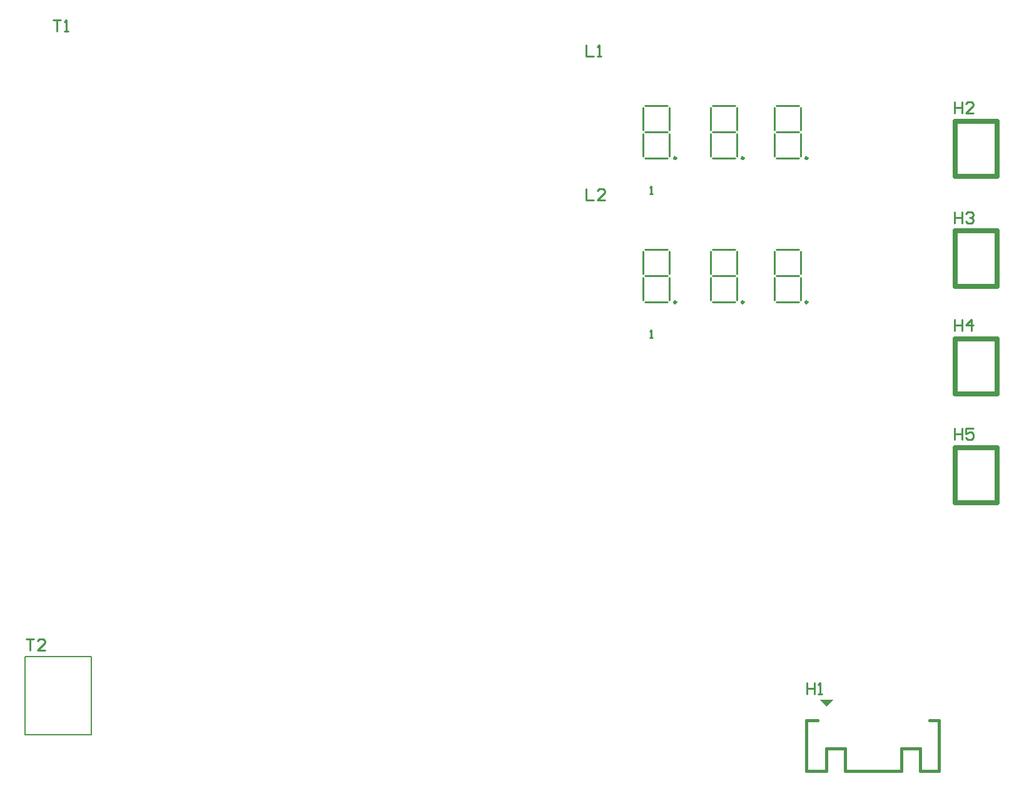
<source format=gto>
G04*
G04 #@! TF.GenerationSoftware,Altium Limited,Altium Designer,18.0.7 (293)*
G04*
G04 Layer_Color=65535*
%FSTAX24Y24*%
%MOIN*%
G70*
G01*
G75*
%ADD10C,0.0120*%
%ADD11C,0.0100*%
%ADD12C,0.0050*%
%ADD13C,0.0150*%
%ADD14C,0.0250*%
G36*
X048999Y015945D02*
X048289D01*
X048639Y015595D01*
Y015585D01*
X048999Y015945D01*
D02*
G37*
D10*
X040646Y04481D02*
G03*
X040646Y04481I-00006J0D01*
G01*
X044246D02*
G03*
X044246Y04481I-00006J0D01*
G01*
X047646D02*
G03*
X047646Y04481I-00006J0D01*
G01*
X040646Y037129D02*
G03*
X040646Y037129I-00006J0D01*
G01*
X044246D02*
G03*
X044246Y037129I-00006J0D01*
G01*
X047646D02*
G03*
X047646Y037129I-00006J0D01*
G01*
D11*
X038896Y04631D02*
Y04751D01*
X038996Y04761D02*
X040196D01*
X038996Y04621D02*
X040196D01*
X040296Y04631D02*
Y04751D01*
Y04491D02*
Y04611D01*
X038996Y04481D02*
X040196D01*
X038996Y04621D02*
X040196D01*
X038896Y04491D02*
Y04611D01*
X042496Y04491D02*
Y04611D01*
X042596Y04621D02*
X043796D01*
X042596Y04481D02*
X043796D01*
X043896Y04491D02*
Y04611D01*
Y04631D02*
Y04751D01*
X042596Y04621D02*
X043796D01*
X042596Y04761D02*
X043796D01*
X042496Y04631D02*
Y04751D01*
X045896Y04491D02*
Y04611D01*
X045996Y04621D02*
X047196D01*
X045996Y04481D02*
X047196D01*
X047296Y04491D02*
Y04611D01*
Y04631D02*
Y04751D01*
X045996Y04621D02*
X047196D01*
X045996Y04761D02*
X047196D01*
X045896Y04631D02*
Y04751D01*
X038896Y038629D02*
Y039829D01*
X038996Y039929D02*
X040196D01*
X038996Y038529D02*
X040196D01*
X040296Y038629D02*
Y039829D01*
Y037229D02*
Y038429D01*
X038996Y037129D02*
X040196D01*
X038996Y038529D02*
X040196D01*
X038896Y037229D02*
Y038429D01*
X042496Y037229D02*
Y038429D01*
X042596Y038529D02*
X043796D01*
X042596Y037129D02*
X043796D01*
X043896Y037229D02*
Y038429D01*
Y038629D02*
Y039829D01*
X042596Y038529D02*
X043796D01*
X042596Y039929D02*
X043796D01*
X042496Y038629D02*
Y039829D01*
X045896Y037229D02*
Y038429D01*
X045996Y038529D02*
X047196D01*
X045996Y037129D02*
X047196D01*
X047296Y037229D02*
Y038429D01*
Y038629D02*
Y039829D01*
X045996Y038529D02*
X047196D01*
X045996Y039929D02*
X047196D01*
X045896Y038629D02*
Y039829D01*
X039246Y04291D02*
X039377D01*
X039312D01*
Y043303D01*
X039246Y043238D01*
Y035229D02*
X039377D01*
X039312D01*
Y035623D01*
X039246Y035557D01*
X035846Y043167D02*
Y042567D01*
X036246D01*
X036846D02*
X036446D01*
X036846Y042967D01*
Y043067D01*
X036746Y043167D01*
X036546D01*
X036446Y043067D01*
X035844Y050849D02*
Y050249D01*
X036244D01*
X036444D02*
X036644D01*
X036544D01*
Y050849D01*
X036444Y050749D01*
X007438Y052184D02*
X007838D01*
X007638D01*
Y051585D01*
X008038D02*
X008238D01*
X008138D01*
Y052184D01*
X008038Y052084D01*
X006009Y019157D02*
X006409D01*
X006209D01*
Y018557D01*
X007009D02*
X006609D01*
X007009Y018957D01*
Y019057D01*
X006909Y019157D01*
X006709D01*
X006609Y019057D01*
X055484Y0304D02*
Y0298D01*
Y0301D01*
X055884D01*
Y0304D01*
Y0298D01*
X056484Y0304D02*
X056084D01*
Y0301D01*
X056284Y0302D01*
X056384D01*
X056484Y0301D01*
Y0299D01*
X056384Y0298D01*
X056184D01*
X056084Y0299D01*
X055484Y0362D02*
Y0356D01*
Y0359D01*
X055884D01*
Y0362D01*
Y0356D01*
X056384D02*
Y0362D01*
X056084Y0359D01*
X056484D01*
X055484Y04195D02*
Y04135D01*
Y04165D01*
X055884D01*
Y04195D01*
Y04135D01*
X056084Y04185D02*
X056184Y04195D01*
X056384D01*
X056484Y04185D01*
Y04175D01*
X056384Y04165D01*
X056284D01*
X056384D01*
X056484Y04155D01*
Y04145D01*
X056384Y04135D01*
X056184D01*
X056084Y04145D01*
X055484Y0478D02*
Y0472D01*
Y0475D01*
X055884D01*
Y0478D01*
Y0472D01*
X056484D02*
X056084D01*
X056484Y0476D01*
Y0477D01*
X056384Y0478D01*
X056184D01*
X056084Y0477D01*
X047614Y01684D02*
Y01624D01*
Y01654D01*
X048014D01*
Y01684D01*
Y01624D01*
X048214D02*
X048414D01*
X048314D01*
Y01684D01*
X048214Y01674D01*
D12*
X005938Y01823D02*
X009481D01*
X005938Y014057D02*
Y01823D01*
Y014057D02*
X009481D01*
Y01823D01*
D13*
X054144Y01485D02*
X054644D01*
X053644Y01215D02*
X054644D01*
X053644D02*
Y01335D01*
X052644D02*
X053644D01*
X052644Y01215D02*
Y01335D01*
X049644Y01215D02*
X052644D01*
X049644D02*
Y01335D01*
X048644D02*
X049644D01*
X048644Y01215D02*
Y01335D01*
X047594Y01215D02*
X048644D01*
X054644D02*
Y01485D01*
X047594Y01215D02*
Y01485D01*
X048194D01*
D14*
X055505Y029376D02*
X057757D01*
Y026424D02*
Y029376D01*
X055505Y026424D02*
X057757D01*
X055505D02*
Y029376D01*
Y035176D02*
X057757D01*
Y032224D02*
Y035176D01*
X055505Y032224D02*
X057757D01*
X055505D02*
Y035176D01*
Y040926D02*
X057757D01*
Y037974D02*
Y040926D01*
X055505Y037974D02*
X057757D01*
X055505D02*
Y040926D01*
Y046776D02*
X057757D01*
Y043824D02*
Y046776D01*
X055505Y043824D02*
X057757D01*
X055505D02*
Y046776D01*
M02*

</source>
